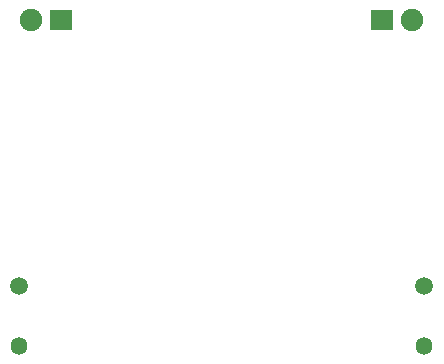
<source format=gbr>
%TF.GenerationSoftware,KiCad,Pcbnew,6.0.6-1.fc36*%
%TF.CreationDate,2022-08-03T23:42:08-05:00*%
%TF.ProjectId,ses-badge,7365732d-6261-4646-9765-2e6b69636164,rev?*%
%TF.SameCoordinates,Original*%
%TF.FileFunction,Soldermask,Top*%
%TF.FilePolarity,Negative*%
%FSLAX46Y46*%
G04 Gerber Fmt 4.6, Leading zero omitted, Abs format (unit mm)*
G04 Created by KiCad (PCBNEW 6.0.6-1.fc36) date 2022-08-03 23:42:08*
%MOMM*%
%LPD*%
G01*
G04 APERTURE LIST*
%ADD10R,1.905000X1.800000*%
%ADD11C,1.905000*%
%ADD12C,1.500000*%
%ADD13O,1.400000X1.500000*%
G04 APERTURE END LIST*
D10*
%TO.C,D2*%
X147315000Y-79000000D03*
D11*
X149855000Y-79000000D03*
%TD*%
D12*
%TO.C,R1*%
X116586000Y-101600000D03*
D13*
X116586000Y-106680000D03*
%TD*%
D12*
%TO.C,R2*%
X150876000Y-101600000D03*
D13*
X150876000Y-106680000D03*
%TD*%
D10*
%TO.C,D1*%
X120142000Y-79000000D03*
D11*
X117602000Y-79000000D03*
%TD*%
M02*

</source>
